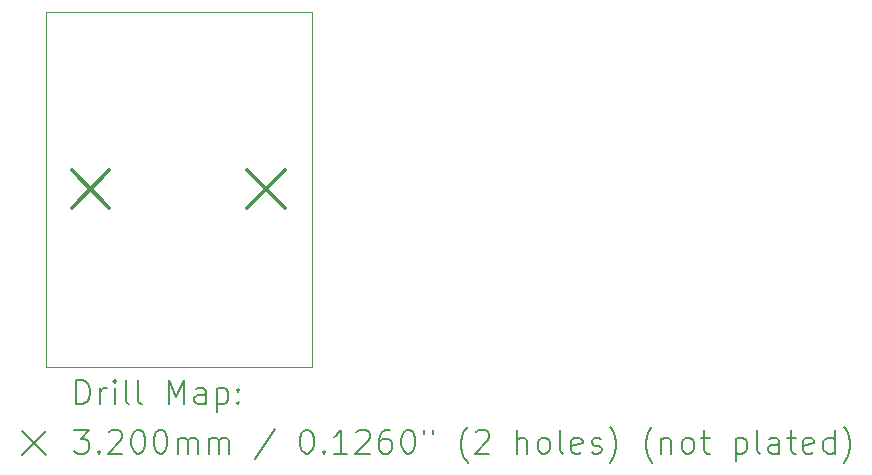
<source format=gbr>
%TF.GenerationSoftware,KiCad,Pcbnew,7.0.7-7.0.7~ubuntu22.04.1*%
%TF.CreationDate,2023-10-15T17:29:46+01:00*%
%TF.ProjectId,USB_distri,5553425f-6469-4737-9472-692e6b696361,rev?*%
%TF.SameCoordinates,Original*%
%TF.FileFunction,Drillmap*%
%TF.FilePolarity,Positive*%
%FSLAX45Y45*%
G04 Gerber Fmt 4.5, Leading zero omitted, Abs format (unit mm)*
G04 Created by KiCad (PCBNEW 7.0.7-7.0.7~ubuntu22.04.1) date 2023-10-15 17:29:46*
%MOMM*%
%LPD*%
G01*
G04 APERTURE LIST*
%ADD10C,0.100000*%
%ADD11C,0.200000*%
%ADD12C,0.320000*%
G04 APERTURE END LIST*
D10*
X13480000Y-5840000D02*
X15730000Y-5840000D01*
X15730000Y-8840000D01*
X13480000Y-8840000D01*
X13480000Y-5840000D01*
D11*
D12*
X13695000Y-7180000D02*
X14015000Y-7500000D01*
X14015000Y-7180000D02*
X13695000Y-7500000D01*
X15180000Y-7180000D02*
X15500000Y-7500000D01*
X15500000Y-7180000D02*
X15180000Y-7500000D01*
D11*
X13735777Y-9156484D02*
X13735777Y-8956484D01*
X13735777Y-8956484D02*
X13783396Y-8956484D01*
X13783396Y-8956484D02*
X13811967Y-8966008D01*
X13811967Y-8966008D02*
X13831015Y-8985055D01*
X13831015Y-8985055D02*
X13840539Y-9004103D01*
X13840539Y-9004103D02*
X13850062Y-9042198D01*
X13850062Y-9042198D02*
X13850062Y-9070770D01*
X13850062Y-9070770D02*
X13840539Y-9108865D01*
X13840539Y-9108865D02*
X13831015Y-9127912D01*
X13831015Y-9127912D02*
X13811967Y-9146960D01*
X13811967Y-9146960D02*
X13783396Y-9156484D01*
X13783396Y-9156484D02*
X13735777Y-9156484D01*
X13935777Y-9156484D02*
X13935777Y-9023150D01*
X13935777Y-9061246D02*
X13945301Y-9042198D01*
X13945301Y-9042198D02*
X13954824Y-9032674D01*
X13954824Y-9032674D02*
X13973872Y-9023150D01*
X13973872Y-9023150D02*
X13992920Y-9023150D01*
X14059586Y-9156484D02*
X14059586Y-9023150D01*
X14059586Y-8956484D02*
X14050062Y-8966008D01*
X14050062Y-8966008D02*
X14059586Y-8975531D01*
X14059586Y-8975531D02*
X14069110Y-8966008D01*
X14069110Y-8966008D02*
X14059586Y-8956484D01*
X14059586Y-8956484D02*
X14059586Y-8975531D01*
X14183396Y-9156484D02*
X14164348Y-9146960D01*
X14164348Y-9146960D02*
X14154824Y-9127912D01*
X14154824Y-9127912D02*
X14154824Y-8956484D01*
X14288158Y-9156484D02*
X14269110Y-9146960D01*
X14269110Y-9146960D02*
X14259586Y-9127912D01*
X14259586Y-9127912D02*
X14259586Y-8956484D01*
X14516729Y-9156484D02*
X14516729Y-8956484D01*
X14516729Y-8956484D02*
X14583396Y-9099341D01*
X14583396Y-9099341D02*
X14650062Y-8956484D01*
X14650062Y-8956484D02*
X14650062Y-9156484D01*
X14831015Y-9156484D02*
X14831015Y-9051722D01*
X14831015Y-9051722D02*
X14821491Y-9032674D01*
X14821491Y-9032674D02*
X14802443Y-9023150D01*
X14802443Y-9023150D02*
X14764348Y-9023150D01*
X14764348Y-9023150D02*
X14745301Y-9032674D01*
X14831015Y-9146960D02*
X14811967Y-9156484D01*
X14811967Y-9156484D02*
X14764348Y-9156484D01*
X14764348Y-9156484D02*
X14745301Y-9146960D01*
X14745301Y-9146960D02*
X14735777Y-9127912D01*
X14735777Y-9127912D02*
X14735777Y-9108865D01*
X14735777Y-9108865D02*
X14745301Y-9089817D01*
X14745301Y-9089817D02*
X14764348Y-9080293D01*
X14764348Y-9080293D02*
X14811967Y-9080293D01*
X14811967Y-9080293D02*
X14831015Y-9070770D01*
X14926253Y-9023150D02*
X14926253Y-9223150D01*
X14926253Y-9032674D02*
X14945301Y-9023150D01*
X14945301Y-9023150D02*
X14983396Y-9023150D01*
X14983396Y-9023150D02*
X15002443Y-9032674D01*
X15002443Y-9032674D02*
X15011967Y-9042198D01*
X15011967Y-9042198D02*
X15021491Y-9061246D01*
X15021491Y-9061246D02*
X15021491Y-9118389D01*
X15021491Y-9118389D02*
X15011967Y-9137436D01*
X15011967Y-9137436D02*
X15002443Y-9146960D01*
X15002443Y-9146960D02*
X14983396Y-9156484D01*
X14983396Y-9156484D02*
X14945301Y-9156484D01*
X14945301Y-9156484D02*
X14926253Y-9146960D01*
X15107205Y-9137436D02*
X15116729Y-9146960D01*
X15116729Y-9146960D02*
X15107205Y-9156484D01*
X15107205Y-9156484D02*
X15097682Y-9146960D01*
X15097682Y-9146960D02*
X15107205Y-9137436D01*
X15107205Y-9137436D02*
X15107205Y-9156484D01*
X15107205Y-9032674D02*
X15116729Y-9042198D01*
X15116729Y-9042198D02*
X15107205Y-9051722D01*
X15107205Y-9051722D02*
X15097682Y-9042198D01*
X15097682Y-9042198D02*
X15107205Y-9032674D01*
X15107205Y-9032674D02*
X15107205Y-9051722D01*
X13275000Y-9385000D02*
X13475000Y-9585000D01*
X13475000Y-9385000D02*
X13275000Y-9585000D01*
X13716729Y-9376484D02*
X13840539Y-9376484D01*
X13840539Y-9376484D02*
X13773872Y-9452674D01*
X13773872Y-9452674D02*
X13802443Y-9452674D01*
X13802443Y-9452674D02*
X13821491Y-9462198D01*
X13821491Y-9462198D02*
X13831015Y-9471722D01*
X13831015Y-9471722D02*
X13840539Y-9490770D01*
X13840539Y-9490770D02*
X13840539Y-9538389D01*
X13840539Y-9538389D02*
X13831015Y-9557436D01*
X13831015Y-9557436D02*
X13821491Y-9566960D01*
X13821491Y-9566960D02*
X13802443Y-9576484D01*
X13802443Y-9576484D02*
X13745301Y-9576484D01*
X13745301Y-9576484D02*
X13726253Y-9566960D01*
X13726253Y-9566960D02*
X13716729Y-9557436D01*
X13926253Y-9557436D02*
X13935777Y-9566960D01*
X13935777Y-9566960D02*
X13926253Y-9576484D01*
X13926253Y-9576484D02*
X13916729Y-9566960D01*
X13916729Y-9566960D02*
X13926253Y-9557436D01*
X13926253Y-9557436D02*
X13926253Y-9576484D01*
X14011967Y-9395531D02*
X14021491Y-9386008D01*
X14021491Y-9386008D02*
X14040539Y-9376484D01*
X14040539Y-9376484D02*
X14088158Y-9376484D01*
X14088158Y-9376484D02*
X14107205Y-9386008D01*
X14107205Y-9386008D02*
X14116729Y-9395531D01*
X14116729Y-9395531D02*
X14126253Y-9414579D01*
X14126253Y-9414579D02*
X14126253Y-9433627D01*
X14126253Y-9433627D02*
X14116729Y-9462198D01*
X14116729Y-9462198D02*
X14002443Y-9576484D01*
X14002443Y-9576484D02*
X14126253Y-9576484D01*
X14250062Y-9376484D02*
X14269110Y-9376484D01*
X14269110Y-9376484D02*
X14288158Y-9386008D01*
X14288158Y-9386008D02*
X14297682Y-9395531D01*
X14297682Y-9395531D02*
X14307205Y-9414579D01*
X14307205Y-9414579D02*
X14316729Y-9452674D01*
X14316729Y-9452674D02*
X14316729Y-9500293D01*
X14316729Y-9500293D02*
X14307205Y-9538389D01*
X14307205Y-9538389D02*
X14297682Y-9557436D01*
X14297682Y-9557436D02*
X14288158Y-9566960D01*
X14288158Y-9566960D02*
X14269110Y-9576484D01*
X14269110Y-9576484D02*
X14250062Y-9576484D01*
X14250062Y-9576484D02*
X14231015Y-9566960D01*
X14231015Y-9566960D02*
X14221491Y-9557436D01*
X14221491Y-9557436D02*
X14211967Y-9538389D01*
X14211967Y-9538389D02*
X14202443Y-9500293D01*
X14202443Y-9500293D02*
X14202443Y-9452674D01*
X14202443Y-9452674D02*
X14211967Y-9414579D01*
X14211967Y-9414579D02*
X14221491Y-9395531D01*
X14221491Y-9395531D02*
X14231015Y-9386008D01*
X14231015Y-9386008D02*
X14250062Y-9376484D01*
X14440539Y-9376484D02*
X14459586Y-9376484D01*
X14459586Y-9376484D02*
X14478634Y-9386008D01*
X14478634Y-9386008D02*
X14488158Y-9395531D01*
X14488158Y-9395531D02*
X14497682Y-9414579D01*
X14497682Y-9414579D02*
X14507205Y-9452674D01*
X14507205Y-9452674D02*
X14507205Y-9500293D01*
X14507205Y-9500293D02*
X14497682Y-9538389D01*
X14497682Y-9538389D02*
X14488158Y-9557436D01*
X14488158Y-9557436D02*
X14478634Y-9566960D01*
X14478634Y-9566960D02*
X14459586Y-9576484D01*
X14459586Y-9576484D02*
X14440539Y-9576484D01*
X14440539Y-9576484D02*
X14421491Y-9566960D01*
X14421491Y-9566960D02*
X14411967Y-9557436D01*
X14411967Y-9557436D02*
X14402443Y-9538389D01*
X14402443Y-9538389D02*
X14392920Y-9500293D01*
X14392920Y-9500293D02*
X14392920Y-9452674D01*
X14392920Y-9452674D02*
X14402443Y-9414579D01*
X14402443Y-9414579D02*
X14411967Y-9395531D01*
X14411967Y-9395531D02*
X14421491Y-9386008D01*
X14421491Y-9386008D02*
X14440539Y-9376484D01*
X14592920Y-9576484D02*
X14592920Y-9443150D01*
X14592920Y-9462198D02*
X14602443Y-9452674D01*
X14602443Y-9452674D02*
X14621491Y-9443150D01*
X14621491Y-9443150D02*
X14650063Y-9443150D01*
X14650063Y-9443150D02*
X14669110Y-9452674D01*
X14669110Y-9452674D02*
X14678634Y-9471722D01*
X14678634Y-9471722D02*
X14678634Y-9576484D01*
X14678634Y-9471722D02*
X14688158Y-9452674D01*
X14688158Y-9452674D02*
X14707205Y-9443150D01*
X14707205Y-9443150D02*
X14735777Y-9443150D01*
X14735777Y-9443150D02*
X14754824Y-9452674D01*
X14754824Y-9452674D02*
X14764348Y-9471722D01*
X14764348Y-9471722D02*
X14764348Y-9576484D01*
X14859586Y-9576484D02*
X14859586Y-9443150D01*
X14859586Y-9462198D02*
X14869110Y-9452674D01*
X14869110Y-9452674D02*
X14888158Y-9443150D01*
X14888158Y-9443150D02*
X14916729Y-9443150D01*
X14916729Y-9443150D02*
X14935777Y-9452674D01*
X14935777Y-9452674D02*
X14945301Y-9471722D01*
X14945301Y-9471722D02*
X14945301Y-9576484D01*
X14945301Y-9471722D02*
X14954824Y-9452674D01*
X14954824Y-9452674D02*
X14973872Y-9443150D01*
X14973872Y-9443150D02*
X15002443Y-9443150D01*
X15002443Y-9443150D02*
X15021491Y-9452674D01*
X15021491Y-9452674D02*
X15031015Y-9471722D01*
X15031015Y-9471722D02*
X15031015Y-9576484D01*
X15421491Y-9366960D02*
X15250063Y-9624103D01*
X15678634Y-9376484D02*
X15697682Y-9376484D01*
X15697682Y-9376484D02*
X15716729Y-9386008D01*
X15716729Y-9386008D02*
X15726253Y-9395531D01*
X15726253Y-9395531D02*
X15735777Y-9414579D01*
X15735777Y-9414579D02*
X15745301Y-9452674D01*
X15745301Y-9452674D02*
X15745301Y-9500293D01*
X15745301Y-9500293D02*
X15735777Y-9538389D01*
X15735777Y-9538389D02*
X15726253Y-9557436D01*
X15726253Y-9557436D02*
X15716729Y-9566960D01*
X15716729Y-9566960D02*
X15697682Y-9576484D01*
X15697682Y-9576484D02*
X15678634Y-9576484D01*
X15678634Y-9576484D02*
X15659586Y-9566960D01*
X15659586Y-9566960D02*
X15650063Y-9557436D01*
X15650063Y-9557436D02*
X15640539Y-9538389D01*
X15640539Y-9538389D02*
X15631015Y-9500293D01*
X15631015Y-9500293D02*
X15631015Y-9452674D01*
X15631015Y-9452674D02*
X15640539Y-9414579D01*
X15640539Y-9414579D02*
X15650063Y-9395531D01*
X15650063Y-9395531D02*
X15659586Y-9386008D01*
X15659586Y-9386008D02*
X15678634Y-9376484D01*
X15831015Y-9557436D02*
X15840539Y-9566960D01*
X15840539Y-9566960D02*
X15831015Y-9576484D01*
X15831015Y-9576484D02*
X15821491Y-9566960D01*
X15821491Y-9566960D02*
X15831015Y-9557436D01*
X15831015Y-9557436D02*
X15831015Y-9576484D01*
X16031015Y-9576484D02*
X15916729Y-9576484D01*
X15973872Y-9576484D02*
X15973872Y-9376484D01*
X15973872Y-9376484D02*
X15954825Y-9405055D01*
X15954825Y-9405055D02*
X15935777Y-9424103D01*
X15935777Y-9424103D02*
X15916729Y-9433627D01*
X16107206Y-9395531D02*
X16116729Y-9386008D01*
X16116729Y-9386008D02*
X16135777Y-9376484D01*
X16135777Y-9376484D02*
X16183396Y-9376484D01*
X16183396Y-9376484D02*
X16202444Y-9386008D01*
X16202444Y-9386008D02*
X16211967Y-9395531D01*
X16211967Y-9395531D02*
X16221491Y-9414579D01*
X16221491Y-9414579D02*
X16221491Y-9433627D01*
X16221491Y-9433627D02*
X16211967Y-9462198D01*
X16211967Y-9462198D02*
X16097682Y-9576484D01*
X16097682Y-9576484D02*
X16221491Y-9576484D01*
X16392920Y-9376484D02*
X16354825Y-9376484D01*
X16354825Y-9376484D02*
X16335777Y-9386008D01*
X16335777Y-9386008D02*
X16326253Y-9395531D01*
X16326253Y-9395531D02*
X16307206Y-9424103D01*
X16307206Y-9424103D02*
X16297682Y-9462198D01*
X16297682Y-9462198D02*
X16297682Y-9538389D01*
X16297682Y-9538389D02*
X16307206Y-9557436D01*
X16307206Y-9557436D02*
X16316729Y-9566960D01*
X16316729Y-9566960D02*
X16335777Y-9576484D01*
X16335777Y-9576484D02*
X16373872Y-9576484D01*
X16373872Y-9576484D02*
X16392920Y-9566960D01*
X16392920Y-9566960D02*
X16402444Y-9557436D01*
X16402444Y-9557436D02*
X16411967Y-9538389D01*
X16411967Y-9538389D02*
X16411967Y-9490770D01*
X16411967Y-9490770D02*
X16402444Y-9471722D01*
X16402444Y-9471722D02*
X16392920Y-9462198D01*
X16392920Y-9462198D02*
X16373872Y-9452674D01*
X16373872Y-9452674D02*
X16335777Y-9452674D01*
X16335777Y-9452674D02*
X16316729Y-9462198D01*
X16316729Y-9462198D02*
X16307206Y-9471722D01*
X16307206Y-9471722D02*
X16297682Y-9490770D01*
X16535777Y-9376484D02*
X16554825Y-9376484D01*
X16554825Y-9376484D02*
X16573872Y-9386008D01*
X16573872Y-9386008D02*
X16583396Y-9395531D01*
X16583396Y-9395531D02*
X16592920Y-9414579D01*
X16592920Y-9414579D02*
X16602444Y-9452674D01*
X16602444Y-9452674D02*
X16602444Y-9500293D01*
X16602444Y-9500293D02*
X16592920Y-9538389D01*
X16592920Y-9538389D02*
X16583396Y-9557436D01*
X16583396Y-9557436D02*
X16573872Y-9566960D01*
X16573872Y-9566960D02*
X16554825Y-9576484D01*
X16554825Y-9576484D02*
X16535777Y-9576484D01*
X16535777Y-9576484D02*
X16516729Y-9566960D01*
X16516729Y-9566960D02*
X16507206Y-9557436D01*
X16507206Y-9557436D02*
X16497682Y-9538389D01*
X16497682Y-9538389D02*
X16488158Y-9500293D01*
X16488158Y-9500293D02*
X16488158Y-9452674D01*
X16488158Y-9452674D02*
X16497682Y-9414579D01*
X16497682Y-9414579D02*
X16507206Y-9395531D01*
X16507206Y-9395531D02*
X16516729Y-9386008D01*
X16516729Y-9386008D02*
X16535777Y-9376484D01*
X16678634Y-9376484D02*
X16678634Y-9414579D01*
X16754825Y-9376484D02*
X16754825Y-9414579D01*
X17050063Y-9652674D02*
X17040539Y-9643150D01*
X17040539Y-9643150D02*
X17021491Y-9614579D01*
X17021491Y-9614579D02*
X17011968Y-9595531D01*
X17011968Y-9595531D02*
X17002444Y-9566960D01*
X17002444Y-9566960D02*
X16992920Y-9519341D01*
X16992920Y-9519341D02*
X16992920Y-9481246D01*
X16992920Y-9481246D02*
X17002444Y-9433627D01*
X17002444Y-9433627D02*
X17011968Y-9405055D01*
X17011968Y-9405055D02*
X17021491Y-9386008D01*
X17021491Y-9386008D02*
X17040539Y-9357436D01*
X17040539Y-9357436D02*
X17050063Y-9347912D01*
X17116730Y-9395531D02*
X17126253Y-9386008D01*
X17126253Y-9386008D02*
X17145301Y-9376484D01*
X17145301Y-9376484D02*
X17192920Y-9376484D01*
X17192920Y-9376484D02*
X17211968Y-9386008D01*
X17211968Y-9386008D02*
X17221491Y-9395531D01*
X17221491Y-9395531D02*
X17231015Y-9414579D01*
X17231015Y-9414579D02*
X17231015Y-9433627D01*
X17231015Y-9433627D02*
X17221491Y-9462198D01*
X17221491Y-9462198D02*
X17107206Y-9576484D01*
X17107206Y-9576484D02*
X17231015Y-9576484D01*
X17469111Y-9576484D02*
X17469111Y-9376484D01*
X17554825Y-9576484D02*
X17554825Y-9471722D01*
X17554825Y-9471722D02*
X17545301Y-9452674D01*
X17545301Y-9452674D02*
X17526253Y-9443150D01*
X17526253Y-9443150D02*
X17497682Y-9443150D01*
X17497682Y-9443150D02*
X17478634Y-9452674D01*
X17478634Y-9452674D02*
X17469111Y-9462198D01*
X17678634Y-9576484D02*
X17659587Y-9566960D01*
X17659587Y-9566960D02*
X17650063Y-9557436D01*
X17650063Y-9557436D02*
X17640539Y-9538389D01*
X17640539Y-9538389D02*
X17640539Y-9481246D01*
X17640539Y-9481246D02*
X17650063Y-9462198D01*
X17650063Y-9462198D02*
X17659587Y-9452674D01*
X17659587Y-9452674D02*
X17678634Y-9443150D01*
X17678634Y-9443150D02*
X17707206Y-9443150D01*
X17707206Y-9443150D02*
X17726253Y-9452674D01*
X17726253Y-9452674D02*
X17735777Y-9462198D01*
X17735777Y-9462198D02*
X17745301Y-9481246D01*
X17745301Y-9481246D02*
X17745301Y-9538389D01*
X17745301Y-9538389D02*
X17735777Y-9557436D01*
X17735777Y-9557436D02*
X17726253Y-9566960D01*
X17726253Y-9566960D02*
X17707206Y-9576484D01*
X17707206Y-9576484D02*
X17678634Y-9576484D01*
X17859587Y-9576484D02*
X17840539Y-9566960D01*
X17840539Y-9566960D02*
X17831015Y-9547912D01*
X17831015Y-9547912D02*
X17831015Y-9376484D01*
X18011968Y-9566960D02*
X17992920Y-9576484D01*
X17992920Y-9576484D02*
X17954825Y-9576484D01*
X17954825Y-9576484D02*
X17935777Y-9566960D01*
X17935777Y-9566960D02*
X17926253Y-9547912D01*
X17926253Y-9547912D02*
X17926253Y-9471722D01*
X17926253Y-9471722D02*
X17935777Y-9452674D01*
X17935777Y-9452674D02*
X17954825Y-9443150D01*
X17954825Y-9443150D02*
X17992920Y-9443150D01*
X17992920Y-9443150D02*
X18011968Y-9452674D01*
X18011968Y-9452674D02*
X18021492Y-9471722D01*
X18021492Y-9471722D02*
X18021492Y-9490770D01*
X18021492Y-9490770D02*
X17926253Y-9509817D01*
X18097682Y-9566960D02*
X18116730Y-9576484D01*
X18116730Y-9576484D02*
X18154825Y-9576484D01*
X18154825Y-9576484D02*
X18173873Y-9566960D01*
X18173873Y-9566960D02*
X18183396Y-9547912D01*
X18183396Y-9547912D02*
X18183396Y-9538389D01*
X18183396Y-9538389D02*
X18173873Y-9519341D01*
X18173873Y-9519341D02*
X18154825Y-9509817D01*
X18154825Y-9509817D02*
X18126253Y-9509817D01*
X18126253Y-9509817D02*
X18107206Y-9500293D01*
X18107206Y-9500293D02*
X18097682Y-9481246D01*
X18097682Y-9481246D02*
X18097682Y-9471722D01*
X18097682Y-9471722D02*
X18107206Y-9452674D01*
X18107206Y-9452674D02*
X18126253Y-9443150D01*
X18126253Y-9443150D02*
X18154825Y-9443150D01*
X18154825Y-9443150D02*
X18173873Y-9452674D01*
X18250063Y-9652674D02*
X18259587Y-9643150D01*
X18259587Y-9643150D02*
X18278634Y-9614579D01*
X18278634Y-9614579D02*
X18288158Y-9595531D01*
X18288158Y-9595531D02*
X18297682Y-9566960D01*
X18297682Y-9566960D02*
X18307206Y-9519341D01*
X18307206Y-9519341D02*
X18307206Y-9481246D01*
X18307206Y-9481246D02*
X18297682Y-9433627D01*
X18297682Y-9433627D02*
X18288158Y-9405055D01*
X18288158Y-9405055D02*
X18278634Y-9386008D01*
X18278634Y-9386008D02*
X18259587Y-9357436D01*
X18259587Y-9357436D02*
X18250063Y-9347912D01*
X18611968Y-9652674D02*
X18602444Y-9643150D01*
X18602444Y-9643150D02*
X18583396Y-9614579D01*
X18583396Y-9614579D02*
X18573873Y-9595531D01*
X18573873Y-9595531D02*
X18564349Y-9566960D01*
X18564349Y-9566960D02*
X18554825Y-9519341D01*
X18554825Y-9519341D02*
X18554825Y-9481246D01*
X18554825Y-9481246D02*
X18564349Y-9433627D01*
X18564349Y-9433627D02*
X18573873Y-9405055D01*
X18573873Y-9405055D02*
X18583396Y-9386008D01*
X18583396Y-9386008D02*
X18602444Y-9357436D01*
X18602444Y-9357436D02*
X18611968Y-9347912D01*
X18688158Y-9443150D02*
X18688158Y-9576484D01*
X18688158Y-9462198D02*
X18697682Y-9452674D01*
X18697682Y-9452674D02*
X18716730Y-9443150D01*
X18716730Y-9443150D02*
X18745301Y-9443150D01*
X18745301Y-9443150D02*
X18764349Y-9452674D01*
X18764349Y-9452674D02*
X18773873Y-9471722D01*
X18773873Y-9471722D02*
X18773873Y-9576484D01*
X18897682Y-9576484D02*
X18878634Y-9566960D01*
X18878634Y-9566960D02*
X18869111Y-9557436D01*
X18869111Y-9557436D02*
X18859587Y-9538389D01*
X18859587Y-9538389D02*
X18859587Y-9481246D01*
X18859587Y-9481246D02*
X18869111Y-9462198D01*
X18869111Y-9462198D02*
X18878634Y-9452674D01*
X18878634Y-9452674D02*
X18897682Y-9443150D01*
X18897682Y-9443150D02*
X18926254Y-9443150D01*
X18926254Y-9443150D02*
X18945301Y-9452674D01*
X18945301Y-9452674D02*
X18954825Y-9462198D01*
X18954825Y-9462198D02*
X18964349Y-9481246D01*
X18964349Y-9481246D02*
X18964349Y-9538389D01*
X18964349Y-9538389D02*
X18954825Y-9557436D01*
X18954825Y-9557436D02*
X18945301Y-9566960D01*
X18945301Y-9566960D02*
X18926254Y-9576484D01*
X18926254Y-9576484D02*
X18897682Y-9576484D01*
X19021492Y-9443150D02*
X19097682Y-9443150D01*
X19050063Y-9376484D02*
X19050063Y-9547912D01*
X19050063Y-9547912D02*
X19059587Y-9566960D01*
X19059587Y-9566960D02*
X19078634Y-9576484D01*
X19078634Y-9576484D02*
X19097682Y-9576484D01*
X19316730Y-9443150D02*
X19316730Y-9643150D01*
X19316730Y-9452674D02*
X19335777Y-9443150D01*
X19335777Y-9443150D02*
X19373873Y-9443150D01*
X19373873Y-9443150D02*
X19392920Y-9452674D01*
X19392920Y-9452674D02*
X19402444Y-9462198D01*
X19402444Y-9462198D02*
X19411968Y-9481246D01*
X19411968Y-9481246D02*
X19411968Y-9538389D01*
X19411968Y-9538389D02*
X19402444Y-9557436D01*
X19402444Y-9557436D02*
X19392920Y-9566960D01*
X19392920Y-9566960D02*
X19373873Y-9576484D01*
X19373873Y-9576484D02*
X19335777Y-9576484D01*
X19335777Y-9576484D02*
X19316730Y-9566960D01*
X19526254Y-9576484D02*
X19507206Y-9566960D01*
X19507206Y-9566960D02*
X19497682Y-9547912D01*
X19497682Y-9547912D02*
X19497682Y-9376484D01*
X19688158Y-9576484D02*
X19688158Y-9471722D01*
X19688158Y-9471722D02*
X19678635Y-9452674D01*
X19678635Y-9452674D02*
X19659587Y-9443150D01*
X19659587Y-9443150D02*
X19621492Y-9443150D01*
X19621492Y-9443150D02*
X19602444Y-9452674D01*
X19688158Y-9566960D02*
X19669111Y-9576484D01*
X19669111Y-9576484D02*
X19621492Y-9576484D01*
X19621492Y-9576484D02*
X19602444Y-9566960D01*
X19602444Y-9566960D02*
X19592920Y-9547912D01*
X19592920Y-9547912D02*
X19592920Y-9528865D01*
X19592920Y-9528865D02*
X19602444Y-9509817D01*
X19602444Y-9509817D02*
X19621492Y-9500293D01*
X19621492Y-9500293D02*
X19669111Y-9500293D01*
X19669111Y-9500293D02*
X19688158Y-9490770D01*
X19754825Y-9443150D02*
X19831015Y-9443150D01*
X19783396Y-9376484D02*
X19783396Y-9547912D01*
X19783396Y-9547912D02*
X19792920Y-9566960D01*
X19792920Y-9566960D02*
X19811968Y-9576484D01*
X19811968Y-9576484D02*
X19831015Y-9576484D01*
X19973873Y-9566960D02*
X19954825Y-9576484D01*
X19954825Y-9576484D02*
X19916730Y-9576484D01*
X19916730Y-9576484D02*
X19897682Y-9566960D01*
X19897682Y-9566960D02*
X19888158Y-9547912D01*
X19888158Y-9547912D02*
X19888158Y-9471722D01*
X19888158Y-9471722D02*
X19897682Y-9452674D01*
X19897682Y-9452674D02*
X19916730Y-9443150D01*
X19916730Y-9443150D02*
X19954825Y-9443150D01*
X19954825Y-9443150D02*
X19973873Y-9452674D01*
X19973873Y-9452674D02*
X19983396Y-9471722D01*
X19983396Y-9471722D02*
X19983396Y-9490770D01*
X19983396Y-9490770D02*
X19888158Y-9509817D01*
X20154825Y-9576484D02*
X20154825Y-9376484D01*
X20154825Y-9566960D02*
X20135777Y-9576484D01*
X20135777Y-9576484D02*
X20097682Y-9576484D01*
X20097682Y-9576484D02*
X20078635Y-9566960D01*
X20078635Y-9566960D02*
X20069111Y-9557436D01*
X20069111Y-9557436D02*
X20059587Y-9538389D01*
X20059587Y-9538389D02*
X20059587Y-9481246D01*
X20059587Y-9481246D02*
X20069111Y-9462198D01*
X20069111Y-9462198D02*
X20078635Y-9452674D01*
X20078635Y-9452674D02*
X20097682Y-9443150D01*
X20097682Y-9443150D02*
X20135777Y-9443150D01*
X20135777Y-9443150D02*
X20154825Y-9452674D01*
X20231016Y-9652674D02*
X20240539Y-9643150D01*
X20240539Y-9643150D02*
X20259587Y-9614579D01*
X20259587Y-9614579D02*
X20269111Y-9595531D01*
X20269111Y-9595531D02*
X20278635Y-9566960D01*
X20278635Y-9566960D02*
X20288158Y-9519341D01*
X20288158Y-9519341D02*
X20288158Y-9481246D01*
X20288158Y-9481246D02*
X20278635Y-9433627D01*
X20278635Y-9433627D02*
X20269111Y-9405055D01*
X20269111Y-9405055D02*
X20259587Y-9386008D01*
X20259587Y-9386008D02*
X20240539Y-9357436D01*
X20240539Y-9357436D02*
X20231016Y-9347912D01*
M02*

</source>
